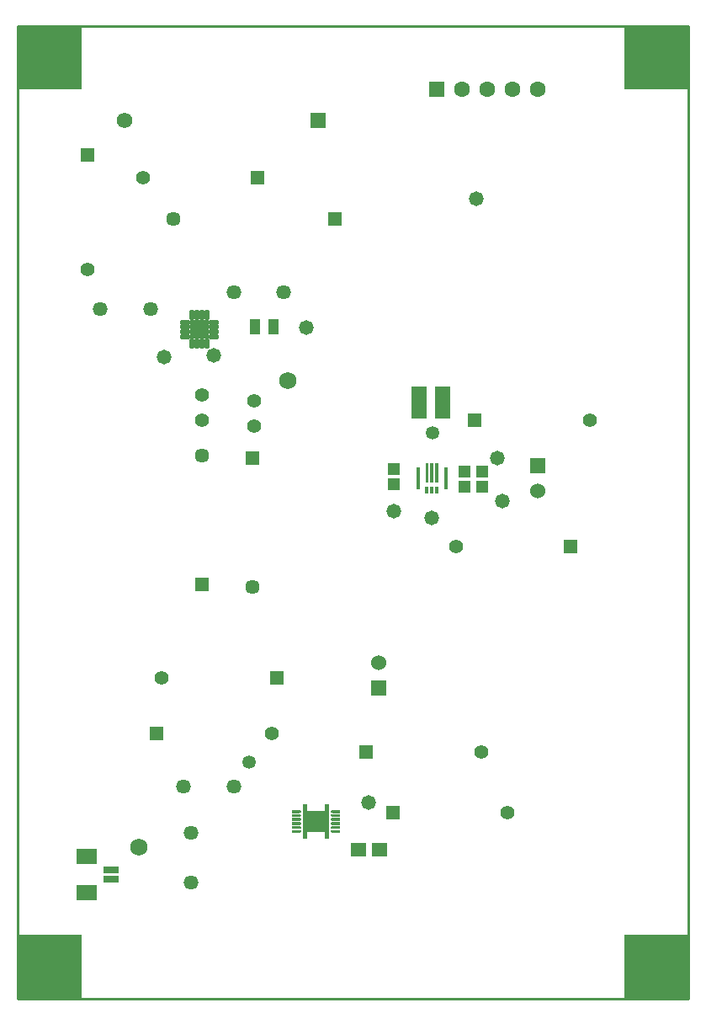
<source format=gts>
G04*
G04 #@! TF.GenerationSoftware,Altium Limited,Altium Designer,22.0.2 (36)*
G04*
G04 Layer_Color=8388736*
%FSLAX25Y25*%
%MOIN*%
G70*
G04*
G04 #@! TF.SameCoordinates,67E39877-474A-4780-B11E-DC456855A8CC*
G04*
G04*
G04 #@! TF.FilePolarity,Negative*
G04*
G01*
G75*
%ADD14C,0.01000*%
%ADD19R,0.06100X0.02600*%
%ADD24R,0.06100X0.12600*%
%ADD25R,0.07414X0.07414*%
G04:AMPARAMS|DCode=26|XSize=41.86mil|YSize=18.24mil|CornerRadius=5.28mil|HoleSize=0mil|Usage=FLASHONLY|Rotation=0.000|XOffset=0mil|YOffset=0mil|HoleType=Round|Shape=RoundedRectangle|*
%AMROUNDEDRECTD26*
21,1,0.04186,0.00768,0,0,0.0*
21,1,0.03130,0.01824,0,0,0.0*
1,1,0.01056,0.01565,-0.00384*
1,1,0.01056,-0.01565,-0.00384*
1,1,0.01056,-0.01565,0.00384*
1,1,0.01056,0.01565,0.00384*
%
%ADD26ROUNDEDRECTD26*%
G04:AMPARAMS|DCode=27|XSize=41.86mil|YSize=18.24mil|CornerRadius=5.28mil|HoleSize=0mil|Usage=FLASHONLY|Rotation=90.000|XOffset=0mil|YOffset=0mil|HoleType=Round|Shape=RoundedRectangle|*
%AMROUNDEDRECTD27*
21,1,0.04186,0.00768,0,0,90.0*
21,1,0.03130,0.01824,0,0,90.0*
1,1,0.01056,0.00384,0.01565*
1,1,0.01056,0.00384,-0.01565*
1,1,0.01056,-0.00384,-0.01565*
1,1,0.01056,-0.00384,0.01565*
%
%ADD27ROUNDEDRECTD27*%
%ADD28R,0.08300X0.05900*%
%ADD29R,0.04658X0.04540*%
%ADD30R,0.04422X0.06233*%
%ADD31R,0.06115X0.05721*%
%ADD32C,0.06800*%
%ADD33R,0.25800X0.25800*%
%ADD34C,0.02769*%
%ADD35R,0.05500X0.05500*%
%ADD36C,0.05500*%
%ADD37C,0.05700*%
%ADD38R,0.05700X0.05700*%
%ADD39R,0.06000X0.06000*%
%ADD40C,0.06000*%
%ADD41R,0.06300X0.06300*%
%ADD42C,0.06300*%
%ADD43C,0.05753*%
%ADD44C,0.06200*%
%ADD45R,0.06200X0.06200*%
%ADD46R,0.05700X0.05700*%
%ADD47R,0.05500X0.05500*%
%ADD48C,0.05800*%
%ADD49C,0.05300*%
G36*
X111535Y66653D02*
X111566Y66650D01*
X111596Y66646D01*
X111627Y66641D01*
X111657Y66633D01*
X111686Y66625D01*
X111716Y66614D01*
X111744Y66602D01*
X111772Y66589D01*
X111799Y66574D01*
X111826Y66558D01*
X111851Y66541D01*
X111876Y66522D01*
X111899Y66502D01*
X111922Y66481D01*
X111943Y66458D01*
X111963Y66435D01*
X111982Y66410D01*
X111999Y66385D01*
X112015Y66358D01*
X112030Y66331D01*
X112043Y66303D01*
X112055Y66275D01*
X112066Y66246D01*
X112074Y66216D01*
X112082Y66186D01*
X112087Y66155D01*
X112091Y66125D01*
X112094Y66094D01*
X112094Y66063D01*
X112094Y66032D01*
X112091Y66001D01*
X112087Y65971D01*
X112082Y65940D01*
X112074Y65910D01*
X112066Y65881D01*
X112055Y65851D01*
X112043Y65823D01*
X112030Y65795D01*
X112015Y65768D01*
X111999Y65741D01*
X111982Y65716D01*
X111963Y65691D01*
X111943Y65668D01*
X111922Y65645D01*
X111899Y65624D01*
X111876Y65604D01*
X111851Y65585D01*
X111826Y65568D01*
X111799Y65552D01*
X111772Y65537D01*
X111744Y65523D01*
X111716Y65512D01*
X111686Y65501D01*
X111657Y65493D01*
X111627Y65485D01*
X111596Y65480D01*
X111566Y65476D01*
X111535Y65473D01*
X111504Y65472D01*
X108354D01*
Y66063D01*
Y66654D01*
X111504D01*
X111535Y66653D01*
D02*
G37*
G36*
Y68227D02*
X111566Y68225D01*
X111596Y68221D01*
X111627Y68215D01*
X111657Y68208D01*
X111686Y68199D01*
X111716Y68189D01*
X111744Y68177D01*
X111772Y68164D01*
X111799Y68149D01*
X111826Y68133D01*
X111851Y68116D01*
X111876Y68097D01*
X111899Y68077D01*
X111922Y68055D01*
X111943Y68033D01*
X111963Y68009D01*
X111982Y67985D01*
X111999Y67959D01*
X112015Y67933D01*
X112030Y67906D01*
X112043Y67878D01*
X112055Y67849D01*
X112066Y67820D01*
X112074Y67791D01*
X112082Y67761D01*
X112087Y67730D01*
X112091Y67699D01*
X112094Y67669D01*
X112094Y67638D01*
X112094Y67607D01*
X112091Y67576D01*
X112087Y67545D01*
X112082Y67515D01*
X112074Y67485D01*
X112066Y67455D01*
X112055Y67426D01*
X112043Y67398D01*
X112030Y67370D01*
X112015Y67343D01*
X111999Y67316D01*
X111982Y67291D01*
X111963Y67266D01*
X111943Y67243D01*
X111922Y67220D01*
X111899Y67199D01*
X111876Y67179D01*
X111851Y67160D01*
X111826Y67142D01*
X111799Y67126D01*
X111772Y67112D01*
X111744Y67098D01*
X111716Y67086D01*
X111686Y67076D01*
X111657Y67067D01*
X111627Y67060D01*
X111596Y67054D01*
X111566Y67050D01*
X111535Y67048D01*
X111504Y67047D01*
X108354D01*
Y67638D01*
Y68228D01*
X111504D01*
X111535Y68227D01*
D02*
G37*
G36*
Y69802D02*
X111566Y69800D01*
X111596Y69796D01*
X111627Y69790D01*
X111657Y69783D01*
X111686Y69774D01*
X111716Y69764D01*
X111744Y69752D01*
X111772Y69739D01*
X111799Y69724D01*
X111826Y69708D01*
X111851Y69690D01*
X111876Y69671D01*
X111899Y69652D01*
X111922Y69630D01*
X111943Y69608D01*
X111963Y69584D01*
X111982Y69560D01*
X111999Y69534D01*
X112015Y69508D01*
X112030Y69481D01*
X112043Y69453D01*
X112055Y69424D01*
X112066Y69395D01*
X112074Y69365D01*
X112082Y69335D01*
X112087Y69305D01*
X112091Y69274D01*
X112094Y69244D01*
X112094Y69213D01*
X112094Y69182D01*
X112091Y69151D01*
X112087Y69120D01*
X112082Y69090D01*
X112074Y69060D01*
X112066Y69030D01*
X112055Y69001D01*
X112043Y68972D01*
X112030Y68945D01*
X112015Y68917D01*
X111999Y68891D01*
X111982Y68866D01*
X111963Y68841D01*
X111943Y68817D01*
X111922Y68795D01*
X111899Y68774D01*
X111876Y68754D01*
X111851Y68735D01*
X111826Y68717D01*
X111799Y68701D01*
X111772Y68686D01*
X111744Y68673D01*
X111716Y68661D01*
X111686Y68651D01*
X111657Y68642D01*
X111627Y68635D01*
X111596Y68629D01*
X111566Y68625D01*
X111535Y68623D01*
X111504Y68622D01*
X108354D01*
Y69213D01*
Y69803D01*
X111504D01*
X111535Y69802D01*
D02*
G37*
G36*
Y71377D02*
X111566Y71375D01*
X111596Y71371D01*
X111627Y71365D01*
X111657Y71358D01*
X111686Y71349D01*
X111716Y71339D01*
X111744Y71327D01*
X111772Y71314D01*
X111799Y71299D01*
X111826Y71283D01*
X111851Y71265D01*
X111876Y71246D01*
X111899Y71226D01*
X111922Y71205D01*
X111943Y71183D01*
X111963Y71159D01*
X111982Y71135D01*
X111999Y71109D01*
X112015Y71083D01*
X112030Y71056D01*
X112043Y71028D01*
X112055Y70999D01*
X112066Y70970D01*
X112074Y70940D01*
X112082Y70910D01*
X112087Y70880D01*
X112091Y70849D01*
X112094Y70818D01*
X112094Y70787D01*
X112094Y70757D01*
X112091Y70726D01*
X112087Y70695D01*
X112082Y70665D01*
X112074Y70635D01*
X112066Y70605D01*
X112055Y70576D01*
X112043Y70547D01*
X112030Y70519D01*
X112015Y70492D01*
X111999Y70466D01*
X111982Y70440D01*
X111963Y70416D01*
X111943Y70392D01*
X111922Y70370D01*
X111899Y70349D01*
X111876Y70328D01*
X111851Y70310D01*
X111826Y70292D01*
X111799Y70276D01*
X111772Y70261D01*
X111744Y70248D01*
X111716Y70236D01*
X111686Y70226D01*
X111657Y70217D01*
X111627Y70210D01*
X111596Y70204D01*
X111566Y70200D01*
X111535Y70198D01*
X111504Y70197D01*
X108354D01*
Y70787D01*
Y71378D01*
X111504D01*
X111535Y71377D01*
D02*
G37*
G36*
Y72952D02*
X111566Y72949D01*
X111596Y72945D01*
X111627Y72940D01*
X111657Y72933D01*
X111686Y72924D01*
X111716Y72913D01*
X111744Y72902D01*
X111772Y72888D01*
X111799Y72874D01*
X111826Y72857D01*
X111851Y72840D01*
X111876Y72821D01*
X111899Y72801D01*
X111922Y72780D01*
X111943Y72757D01*
X111963Y72734D01*
X111982Y72709D01*
X111999Y72684D01*
X112015Y72658D01*
X112030Y72630D01*
X112043Y72602D01*
X112055Y72574D01*
X112066Y72545D01*
X112074Y72515D01*
X112082Y72485D01*
X112087Y72455D01*
X112091Y72424D01*
X112094Y72393D01*
X112094Y72362D01*
X112094Y72331D01*
X112091Y72300D01*
X112087Y72270D01*
X112082Y72239D01*
X112074Y72209D01*
X112066Y72180D01*
X112055Y72151D01*
X112043Y72122D01*
X112030Y72094D01*
X112015Y72067D01*
X111999Y72041D01*
X111982Y72015D01*
X111963Y71991D01*
X111943Y71967D01*
X111922Y71945D01*
X111899Y71923D01*
X111876Y71903D01*
X111851Y71884D01*
X111826Y71867D01*
X111799Y71851D01*
X111772Y71836D01*
X111744Y71823D01*
X111716Y71811D01*
X111686Y71801D01*
X111657Y71792D01*
X111627Y71785D01*
X111596Y71779D01*
X111566Y71775D01*
X111535Y71772D01*
X111504Y71772D01*
X108354D01*
Y72362D01*
Y72953D01*
X111504D01*
X111535Y72952D01*
D02*
G37*
G36*
Y74527D02*
X111566Y74524D01*
X111596Y74520D01*
X111627Y74515D01*
X111657Y74507D01*
X111686Y74499D01*
X111716Y74488D01*
X111744Y74476D01*
X111772Y74463D01*
X111799Y74448D01*
X111826Y74432D01*
X111851Y74415D01*
X111876Y74396D01*
X111899Y74376D01*
X111922Y74355D01*
X111943Y74332D01*
X111963Y74309D01*
X111982Y74284D01*
X111999Y74259D01*
X112015Y74232D01*
X112030Y74205D01*
X112043Y74177D01*
X112055Y74149D01*
X112066Y74120D01*
X112074Y74090D01*
X112082Y74060D01*
X112087Y74029D01*
X112091Y73999D01*
X112094Y73968D01*
X112094Y73937D01*
X112094Y73906D01*
X112091Y73875D01*
X112087Y73845D01*
X112082Y73814D01*
X112074Y73784D01*
X112066Y73755D01*
X112055Y73725D01*
X112043Y73697D01*
X112030Y73669D01*
X112015Y73642D01*
X111999Y73615D01*
X111982Y73590D01*
X111963Y73565D01*
X111943Y73542D01*
X111922Y73519D01*
X111899Y73498D01*
X111876Y73478D01*
X111851Y73459D01*
X111826Y73442D01*
X111799Y73426D01*
X111772Y73411D01*
X111744Y73397D01*
X111716Y73386D01*
X111686Y73375D01*
X111657Y73367D01*
X111627Y73359D01*
X111596Y73354D01*
X111566Y73350D01*
X111535Y73347D01*
X111504Y73347D01*
X108354D01*
Y73937D01*
Y74528D01*
X111504D01*
X111535Y74527D01*
D02*
G37*
G36*
X123020Y63307D02*
X121642D01*
Y65965D01*
X114358D01*
Y63307D01*
X112980D01*
Y76693D01*
X114358D01*
Y74035D01*
X121642D01*
Y76693D01*
X123020D01*
Y63307D01*
D02*
G37*
G36*
X127646Y73937D02*
Y73347D01*
X124496D01*
X124465Y73347D01*
X124434Y73350D01*
X124404Y73354D01*
X124373Y73359D01*
X124343Y73367D01*
X124314Y73375D01*
X124284Y73386D01*
X124256Y73397D01*
X124228Y73411D01*
X124201Y73426D01*
X124174Y73442D01*
X124149Y73459D01*
X124124Y73478D01*
X124101Y73498D01*
X124079Y73519D01*
X124057Y73542D01*
X124037Y73565D01*
X124018Y73590D01*
X124001Y73615D01*
X123985Y73642D01*
X123970Y73669D01*
X123957Y73697D01*
X123945Y73725D01*
X123934Y73755D01*
X123926Y73784D01*
X123918Y73814D01*
X123913Y73845D01*
X123909Y73875D01*
X123906Y73906D01*
X123906Y73937D01*
X123906Y73968D01*
X123909Y73999D01*
X123913Y74029D01*
X123918Y74060D01*
X123926Y74090D01*
X123934Y74120D01*
X123945Y74149D01*
X123957Y74177D01*
X123970Y74205D01*
X123985Y74232D01*
X124001Y74259D01*
X124018Y74284D01*
X124037Y74309D01*
X124057Y74332D01*
X124079Y74355D01*
X124101Y74376D01*
X124124Y74396D01*
X124149Y74415D01*
X124174Y74432D01*
X124201Y74448D01*
X124228Y74463D01*
X124256Y74476D01*
X124284Y74488D01*
X124314Y74499D01*
X124343Y74507D01*
X124373Y74515D01*
X124404Y74520D01*
X124434Y74524D01*
X124465Y74527D01*
X124496Y74528D01*
X127646D01*
Y73937D01*
D02*
G37*
G36*
Y72362D02*
Y71772D01*
X124496D01*
X124465Y71772D01*
X124434Y71775D01*
X124404Y71779D01*
X124373Y71785D01*
X124343Y71792D01*
X124314Y71801D01*
X124284Y71811D01*
X124256Y71823D01*
X124228Y71836D01*
X124201Y71851D01*
X124174Y71867D01*
X124149Y71884D01*
X124124Y71903D01*
X124101Y71923D01*
X124079Y71945D01*
X124057Y71967D01*
X124037Y71991D01*
X124018Y72015D01*
X124001Y72041D01*
X123985Y72067D01*
X123970Y72094D01*
X123957Y72122D01*
X123945Y72151D01*
X123934Y72180D01*
X123926Y72209D01*
X123918Y72239D01*
X123913Y72270D01*
X123909Y72300D01*
X123906Y72331D01*
X123906Y72362D01*
X123906Y72393D01*
X123909Y72424D01*
X123913Y72455D01*
X123918Y72485D01*
X123926Y72515D01*
X123934Y72545D01*
X123945Y72574D01*
X123957Y72602D01*
X123970Y72630D01*
X123985Y72658D01*
X124001Y72684D01*
X124018Y72709D01*
X124037Y72734D01*
X124057Y72757D01*
X124079Y72780D01*
X124101Y72801D01*
X124124Y72821D01*
X124149Y72840D01*
X124174Y72857D01*
X124201Y72874D01*
X124228Y72888D01*
X124256Y72902D01*
X124284Y72913D01*
X124314Y72924D01*
X124343Y72933D01*
X124373Y72940D01*
X124404Y72945D01*
X124434Y72949D01*
X124465Y72952D01*
X124496Y72953D01*
X127646D01*
Y72362D01*
D02*
G37*
G36*
Y70787D02*
Y70197D01*
X124496D01*
X124465Y70198D01*
X124434Y70200D01*
X124404Y70204D01*
X124373Y70210D01*
X124343Y70217D01*
X124314Y70226D01*
X124284Y70236D01*
X124256Y70248D01*
X124228Y70261D01*
X124201Y70276D01*
X124174Y70292D01*
X124149Y70310D01*
X124124Y70328D01*
X124101Y70349D01*
X124079Y70370D01*
X124057Y70392D01*
X124037Y70416D01*
X124018Y70440D01*
X124001Y70466D01*
X123985Y70492D01*
X123970Y70519D01*
X123957Y70547D01*
X123945Y70576D01*
X123934Y70605D01*
X123926Y70635D01*
X123918Y70665D01*
X123913Y70695D01*
X123909Y70726D01*
X123906Y70757D01*
X123906Y70787D01*
X123906Y70818D01*
X123909Y70849D01*
X123913Y70880D01*
X123918Y70910D01*
X123926Y70940D01*
X123934Y70970D01*
X123945Y70999D01*
X123957Y71028D01*
X123970Y71056D01*
X123985Y71083D01*
X124001Y71109D01*
X124018Y71135D01*
X124037Y71159D01*
X124057Y71183D01*
X124079Y71205D01*
X124101Y71226D01*
X124124Y71246D01*
X124149Y71265D01*
X124174Y71283D01*
X124201Y71299D01*
X124228Y71314D01*
X124256Y71327D01*
X124284Y71339D01*
X124314Y71349D01*
X124343Y71358D01*
X124373Y71365D01*
X124404Y71371D01*
X124434Y71375D01*
X124465Y71377D01*
X124496Y71378D01*
X127646D01*
Y70787D01*
D02*
G37*
G36*
Y69213D02*
Y68622D01*
X124496D01*
X124465Y68623D01*
X124434Y68625D01*
X124404Y68629D01*
X124373Y68635D01*
X124343Y68642D01*
X124314Y68651D01*
X124284Y68661D01*
X124256Y68673D01*
X124228Y68686D01*
X124201Y68701D01*
X124174Y68717D01*
X124149Y68735D01*
X124124Y68754D01*
X124101Y68774D01*
X124079Y68795D01*
X124057Y68817D01*
X124037Y68841D01*
X124018Y68866D01*
X124001Y68891D01*
X123985Y68917D01*
X123970Y68945D01*
X123957Y68972D01*
X123945Y69001D01*
X123934Y69030D01*
X123926Y69060D01*
X123918Y69090D01*
X123913Y69120D01*
X123909Y69151D01*
X123906Y69182D01*
X123906Y69213D01*
X123906Y69244D01*
X123909Y69274D01*
X123913Y69305D01*
X123918Y69335D01*
X123926Y69365D01*
X123934Y69395D01*
X123945Y69424D01*
X123957Y69453D01*
X123970Y69481D01*
X123985Y69508D01*
X124001Y69534D01*
X124018Y69560D01*
X124037Y69584D01*
X124057Y69608D01*
X124079Y69630D01*
X124101Y69652D01*
X124124Y69671D01*
X124149Y69690D01*
X124174Y69708D01*
X124201Y69724D01*
X124228Y69739D01*
X124256Y69752D01*
X124284Y69764D01*
X124314Y69774D01*
X124343Y69783D01*
X124373Y69790D01*
X124404Y69796D01*
X124434Y69800D01*
X124465Y69802D01*
X124496Y69803D01*
X127646D01*
Y69213D01*
D02*
G37*
G36*
Y67638D02*
Y67047D01*
X124496D01*
X124465Y67048D01*
X124434Y67050D01*
X124404Y67054D01*
X124373Y67060D01*
X124343Y67067D01*
X124314Y67076D01*
X124284Y67086D01*
X124256Y67098D01*
X124228Y67112D01*
X124201Y67126D01*
X124174Y67142D01*
X124149Y67160D01*
X124124Y67179D01*
X124101Y67199D01*
X124079Y67220D01*
X124057Y67243D01*
X124037Y67266D01*
X124018Y67291D01*
X124001Y67316D01*
X123985Y67343D01*
X123970Y67370D01*
X123957Y67398D01*
X123945Y67426D01*
X123934Y67455D01*
X123926Y67485D01*
X123918Y67515D01*
X123913Y67545D01*
X123909Y67576D01*
X123906Y67607D01*
X123906Y67638D01*
X123906Y67669D01*
X123909Y67699D01*
X123913Y67730D01*
X123918Y67761D01*
X123926Y67791D01*
X123934Y67820D01*
X123945Y67849D01*
X123957Y67878D01*
X123970Y67906D01*
X123985Y67933D01*
X124001Y67959D01*
X124018Y67985D01*
X124037Y68009D01*
X124057Y68033D01*
X124079Y68055D01*
X124101Y68077D01*
X124124Y68097D01*
X124149Y68116D01*
X124174Y68133D01*
X124201Y68149D01*
X124228Y68164D01*
X124256Y68177D01*
X124284Y68189D01*
X124314Y68199D01*
X124343Y68208D01*
X124373Y68215D01*
X124404Y68221D01*
X124434Y68225D01*
X124465Y68227D01*
X124496Y68228D01*
X127646D01*
Y67638D01*
D02*
G37*
G36*
Y66063D02*
Y65472D01*
X124496D01*
X124465Y65473D01*
X124434Y65476D01*
X124404Y65480D01*
X124373Y65485D01*
X124343Y65493D01*
X124314Y65501D01*
X124284Y65512D01*
X124256Y65523D01*
X124228Y65537D01*
X124201Y65552D01*
X124174Y65568D01*
X124149Y65585D01*
X124124Y65604D01*
X124101Y65624D01*
X124079Y65645D01*
X124057Y65668D01*
X124037Y65691D01*
X124018Y65716D01*
X124001Y65741D01*
X123985Y65768D01*
X123970Y65795D01*
X123957Y65823D01*
X123945Y65851D01*
X123934Y65881D01*
X123926Y65910D01*
X123918Y65940D01*
X123913Y65971D01*
X123909Y66001D01*
X123906Y66032D01*
X123906Y66063D01*
X123906Y66094D01*
X123909Y66125D01*
X123913Y66155D01*
X123918Y66186D01*
X123926Y66216D01*
X123934Y66246D01*
X123945Y66275D01*
X123957Y66303D01*
X123970Y66331D01*
X123985Y66358D01*
X124001Y66385D01*
X124018Y66410D01*
X124037Y66435D01*
X124057Y66458D01*
X124079Y66481D01*
X124101Y66502D01*
X124124Y66522D01*
X124149Y66541D01*
X124174Y66558D01*
X124201Y66574D01*
X124228Y66589D01*
X124256Y66602D01*
X124284Y66614D01*
X124314Y66625D01*
X124343Y66633D01*
X124373Y66641D01*
X124404Y66646D01*
X124434Y66650D01*
X124465Y66653D01*
X124496Y66654D01*
X127646D01*
Y66063D01*
D02*
G37*
G36*
X166488Y204283D02*
X165228D01*
Y211724D01*
X166488D01*
Y204283D01*
D02*
G37*
G36*
X164598D02*
X163260D01*
Y211724D01*
X164598D01*
Y204283D01*
D02*
G37*
G36*
X162630D02*
X161370D01*
Y211724D01*
X162630D01*
Y204283D01*
D02*
G37*
G36*
X170110Y207394D02*
Y205425D01*
Y203457D01*
Y201488D01*
X168772D01*
Y203457D01*
Y205425D01*
Y207394D01*
Y210150D01*
X170110D01*
Y207394D01*
D02*
G37*
G36*
X159087D02*
Y205425D01*
Y203457D01*
Y201488D01*
X157748D01*
Y203457D01*
Y205425D01*
Y207394D01*
Y210150D01*
X159087D01*
Y207394D01*
D02*
G37*
G36*
X166567Y199913D02*
X165228D01*
Y202669D01*
X166567D01*
Y199913D01*
D02*
G37*
G36*
X164598D02*
X163260D01*
Y202669D01*
X164598D01*
Y199913D01*
D02*
G37*
G36*
X162630D02*
X161291D01*
Y202669D01*
X162630D01*
Y199913D01*
D02*
G37*
D14*
X0Y0D02*
X265500D01*
X0Y385000D02*
X265500D01*
Y0D02*
Y385000D01*
X0Y0D02*
Y385000D01*
D19*
X37000Y51000D02*
D03*
Y47063D02*
D03*
D24*
X158850Y236000D02*
D03*
X168150D02*
D03*
D25*
X71784Y264717D02*
D03*
D26*
X77433Y267669D02*
D03*
Y265701D02*
D03*
Y263732D02*
D03*
Y261764D02*
D03*
X66134D02*
D03*
Y263732D02*
D03*
Y265701D02*
D03*
Y267669D02*
D03*
D27*
X68831Y270366D02*
D03*
X70799D02*
D03*
X72768D02*
D03*
X74736D02*
D03*
Y259067D02*
D03*
X72768D02*
D03*
X70799D02*
D03*
X68831D02*
D03*
D28*
X27059Y56118D02*
D03*
Y41945D02*
D03*
D29*
X177000Y202496D02*
D03*
Y208504D02*
D03*
X184000Y202496D02*
D03*
Y208504D02*
D03*
X149000Y203496D02*
D03*
Y209504D02*
D03*
D30*
X101260Y266000D02*
D03*
X93740D02*
D03*
D31*
X134768Y59000D02*
D03*
X143232D02*
D03*
D32*
X107000Y244500D02*
D03*
X48000Y60000D02*
D03*
D33*
X12500Y372500D02*
D03*
X253000D02*
D03*
Y12500D02*
D03*
X12500D02*
D03*
D34*
X121543Y68032D02*
D03*
Y71969D02*
D03*
X118000Y68032D02*
D03*
Y71969D02*
D03*
X114457Y68032D02*
D03*
Y71969D02*
D03*
D35*
X55000Y105000D02*
D03*
X138000Y97500D02*
D03*
X148500Y73500D02*
D03*
X95000Y325000D02*
D03*
X219000Y179000D02*
D03*
X181000Y229000D02*
D03*
X102500Y127000D02*
D03*
D36*
X100500Y105000D02*
D03*
X183500Y97500D02*
D03*
X194000Y73500D02*
D03*
X49500Y325000D02*
D03*
X173500Y179000D02*
D03*
X226500Y229000D02*
D03*
X73000D02*
D03*
Y239000D02*
D03*
X93500Y226500D02*
D03*
Y236500D02*
D03*
X27500Y288500D02*
D03*
X57000Y127000D02*
D03*
D37*
X61500Y308500D02*
D03*
X73000Y215000D02*
D03*
X93000Y163000D02*
D03*
D38*
X125500Y308500D02*
D03*
D39*
X206000Y211000D02*
D03*
X143000Y123000D02*
D03*
D40*
X206000Y201000D02*
D03*
X143000Y133000D02*
D03*
D41*
X166000Y360000D02*
D03*
D42*
X176000D02*
D03*
X186000D02*
D03*
X196000D02*
D03*
X206000D02*
D03*
D43*
X85500Y279500D02*
D03*
X105185D02*
D03*
X32658Y273000D02*
D03*
X52342D02*
D03*
X68500Y45815D02*
D03*
Y65500D02*
D03*
X65658Y84000D02*
D03*
X85343D02*
D03*
D44*
X42200Y347500D02*
D03*
D45*
X119000D02*
D03*
D46*
X73000Y164000D02*
D03*
X93000Y214000D02*
D03*
D47*
X27500Y334000D02*
D03*
D48*
X77500Y254500D02*
D03*
X58000Y254000D02*
D03*
X190000Y214000D02*
D03*
X181500Y316500D02*
D03*
X114300Y265628D02*
D03*
X191941Y196874D02*
D03*
X148883Y192895D02*
D03*
X163775Y190036D02*
D03*
X139000Y77586D02*
D03*
D49*
X91500Y93500D02*
D03*
X164146Y223864D02*
D03*
M02*

</source>
